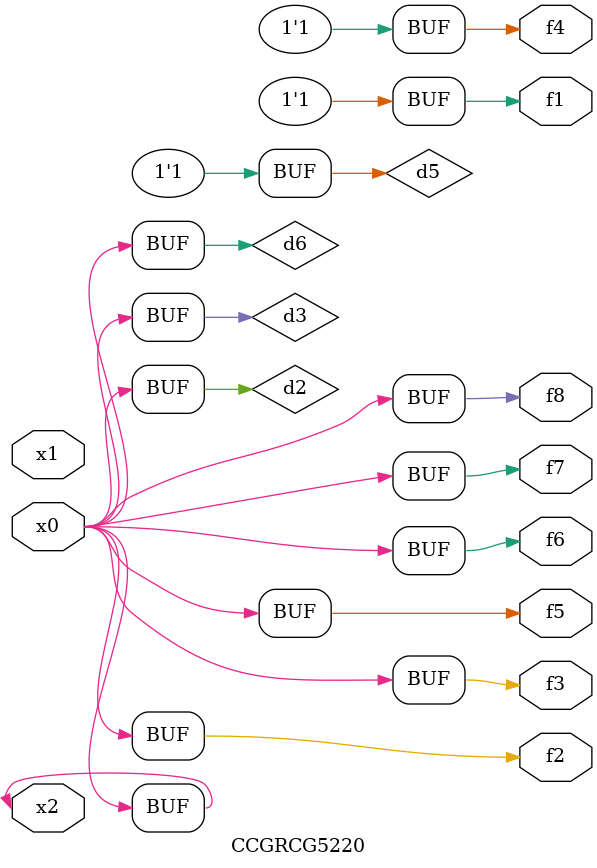
<source format=v>
module CCGRCG5220(
	input x0, x1, x2,
	output f1, f2, f3, f4, f5, f6, f7, f8
);

	wire d1, d2, d3, d4, d5, d6;

	xnor (d1, x2);
	buf (d2, x0, x2);
	and (d3, x0);
	xnor (d4, x1, x2);
	nand (d5, d1, d3);
	buf (d6, d2, d3);
	assign f1 = d5;
	assign f2 = d6;
	assign f3 = d6;
	assign f4 = d5;
	assign f5 = d6;
	assign f6 = d6;
	assign f7 = d6;
	assign f8 = d6;
endmodule

</source>
